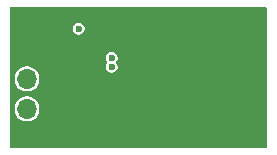
<source format=gbr>
%TF.GenerationSoftware,KiCad,Pcbnew,9.0.6+1*%
%TF.CreationDate,2026-01-19T09:17:55-08:00*%
%TF.ProjectId,yorp,796f7270-2e6b-4696-9361-645f70636258,rev?*%
%TF.SameCoordinates,Original*%
%TF.FileFunction,Copper,L3,Inr*%
%TF.FilePolarity,Positive*%
%FSLAX46Y46*%
G04 Gerber Fmt 4.6, Leading zero omitted, Abs format (unit mm)*
G04 Created by KiCad (PCBNEW 9.0.6+1) date 2026-01-19 09:17:55*
%MOMM*%
%LPD*%
G01*
G04 APERTURE LIST*
%TA.AperFunction,ComponentPad*%
%ADD10R,1.700000X1.700000*%
%TD*%
%TA.AperFunction,ComponentPad*%
%ADD11O,1.700000X1.700000*%
%TD*%
%TA.AperFunction,ViaPad*%
%ADD12C,0.600000*%
%TD*%
G04 APERTURE END LIST*
D10*
%TO.N,GND*%
%TO.C,J1*%
X75000000Y-82935000D03*
D11*
%TO.N,/3.6V*%
X75000000Y-85475000D03*
%TO.N,/5V*%
X75000000Y-88015000D03*
%TD*%
D12*
%TO.N,GND*%
X85350000Y-85250000D03*
X76300000Y-88900000D03*
X76200000Y-90300000D03*
X84925000Y-86525000D03*
X80250000Y-81246835D03*
X92050000Y-79750000D03*
X80500000Y-90900000D03*
X86975000Y-79750000D03*
X80425000Y-87650000D03*
X86075000Y-87675000D03*
X74400000Y-80600000D03*
X76900000Y-80600000D03*
X80425000Y-86500000D03*
X84250000Y-90900000D03*
X86500000Y-85250000D03*
X82600000Y-87650000D03*
X82600000Y-86500000D03*
X79500000Y-85825000D03*
X84925000Y-87675000D03*
X79250000Y-90900000D03*
X76350000Y-81300000D03*
X86275000Y-80600000D03*
X77250000Y-83175000D03*
X78000000Y-90900000D03*
X78300000Y-82350000D03*
X89525000Y-79750000D03*
X88250000Y-79750000D03*
X74900000Y-90300000D03*
X76500000Y-83975000D03*
X87250000Y-84750000D03*
X94700000Y-79750000D03*
X75050000Y-81300000D03*
X84250000Y-83000000D03*
X76750000Y-90900000D03*
X84250000Y-85250000D03*
X93425000Y-79750000D03*
X83000000Y-90900000D03*
X75650000Y-80600000D03*
X74250000Y-90900000D03*
X82200000Y-85825000D03*
X90800000Y-79750000D03*
X81750000Y-90900000D03*
X79400000Y-87650000D03*
X75500000Y-90900000D03*
%TO.N,/3.6V*%
X79375000Y-81225000D03*
%TO.N,/5V*%
X82175000Y-84450000D03*
X82175000Y-83700000D03*
%TD*%
%TA.AperFunction,Conductor*%
%TO.N,GND*%
G36*
X95267539Y-79385185D02*
G01*
X95313294Y-79437989D01*
X95324500Y-79489500D01*
X95324500Y-91180500D01*
X95304815Y-91247539D01*
X95252011Y-91293294D01*
X95200500Y-91304500D01*
X73699500Y-91304500D01*
X73632461Y-91284815D01*
X73586706Y-91232011D01*
X73575500Y-91180500D01*
X73575500Y-87911530D01*
X73949500Y-87911530D01*
X73949500Y-88118469D01*
X73989868Y-88321412D01*
X73989870Y-88321420D01*
X74069058Y-88512596D01*
X74184024Y-88684657D01*
X74330342Y-88830975D01*
X74330345Y-88830977D01*
X74502402Y-88945941D01*
X74693580Y-89025130D01*
X74896530Y-89065499D01*
X74896534Y-89065500D01*
X74896535Y-89065500D01*
X75103466Y-89065500D01*
X75103467Y-89065499D01*
X75306420Y-89025130D01*
X75497598Y-88945941D01*
X75669655Y-88830977D01*
X75815977Y-88684655D01*
X75930941Y-88512598D01*
X76010130Y-88321420D01*
X76050500Y-88118465D01*
X76050500Y-87911535D01*
X76010130Y-87708580D01*
X75930941Y-87517402D01*
X75815977Y-87345345D01*
X75815975Y-87345342D01*
X75669657Y-87199024D01*
X75583626Y-87141541D01*
X75497598Y-87084059D01*
X75306420Y-87004870D01*
X75306412Y-87004868D01*
X75103469Y-86964500D01*
X75103465Y-86964500D01*
X74896535Y-86964500D01*
X74896530Y-86964500D01*
X74693587Y-87004868D01*
X74693579Y-87004870D01*
X74502403Y-87084058D01*
X74330342Y-87199024D01*
X74184024Y-87345342D01*
X74069058Y-87517403D01*
X73989870Y-87708579D01*
X73989868Y-87708587D01*
X73949500Y-87911530D01*
X73575500Y-87911530D01*
X73575500Y-85371530D01*
X73949500Y-85371530D01*
X73949500Y-85578469D01*
X73989868Y-85781412D01*
X73989870Y-85781420D01*
X74069058Y-85972596D01*
X74184024Y-86144657D01*
X74330342Y-86290975D01*
X74330345Y-86290977D01*
X74502402Y-86405941D01*
X74693580Y-86485130D01*
X74896530Y-86525499D01*
X74896534Y-86525500D01*
X74896535Y-86525500D01*
X75103466Y-86525500D01*
X75103467Y-86525499D01*
X75306420Y-86485130D01*
X75497598Y-86405941D01*
X75669655Y-86290977D01*
X75815977Y-86144655D01*
X75930941Y-85972598D01*
X76010130Y-85781420D01*
X76050500Y-85578465D01*
X76050500Y-85371535D01*
X76010130Y-85168580D01*
X75930941Y-84977402D01*
X75815977Y-84805345D01*
X75815975Y-84805342D01*
X75669657Y-84659024D01*
X75583626Y-84601541D01*
X75497598Y-84544059D01*
X75429597Y-84515892D01*
X75306420Y-84464870D01*
X75306412Y-84464868D01*
X75103469Y-84424500D01*
X75103465Y-84424500D01*
X74896535Y-84424500D01*
X74896530Y-84424500D01*
X74693587Y-84464868D01*
X74693579Y-84464870D01*
X74502403Y-84544058D01*
X74330342Y-84659024D01*
X74184024Y-84805342D01*
X74069058Y-84977403D01*
X73989870Y-85168579D01*
X73989868Y-85168587D01*
X73949500Y-85371530D01*
X73575500Y-85371530D01*
X73575500Y-83634108D01*
X81674500Y-83634108D01*
X81674500Y-83765891D01*
X81708609Y-83893188D01*
X81708609Y-83893189D01*
X81777782Y-84013000D01*
X81794255Y-84080900D01*
X81777782Y-84137000D01*
X81708609Y-84256810D01*
X81708609Y-84256811D01*
X81674500Y-84384108D01*
X81674500Y-84515891D01*
X81708608Y-84643187D01*
X81717752Y-84659024D01*
X81774500Y-84757314D01*
X81867686Y-84850500D01*
X81981814Y-84916392D01*
X82109108Y-84950500D01*
X82109110Y-84950500D01*
X82240890Y-84950500D01*
X82240892Y-84950500D01*
X82368186Y-84916392D01*
X82482314Y-84850500D01*
X82575500Y-84757314D01*
X82641392Y-84643186D01*
X82675500Y-84515892D01*
X82675500Y-84384108D01*
X82641392Y-84256814D01*
X82575500Y-84142686D01*
X82575498Y-84142684D01*
X82572217Y-84137001D01*
X82555744Y-84069101D01*
X82572217Y-84012999D01*
X82575498Y-84007315D01*
X82575500Y-84007314D01*
X82641392Y-83893186D01*
X82675500Y-83765892D01*
X82675500Y-83634108D01*
X82641392Y-83506814D01*
X82575500Y-83392686D01*
X82482314Y-83299500D01*
X82425250Y-83266554D01*
X82368187Y-83233608D01*
X82304539Y-83216554D01*
X82240892Y-83199500D01*
X82109108Y-83199500D01*
X81981812Y-83233608D01*
X81867686Y-83299500D01*
X81867683Y-83299502D01*
X81774502Y-83392683D01*
X81774500Y-83392686D01*
X81708608Y-83506812D01*
X81674500Y-83634108D01*
X73575500Y-83634108D01*
X73575500Y-81159108D01*
X78874500Y-81159108D01*
X78874500Y-81290891D01*
X78908608Y-81418187D01*
X78941554Y-81475250D01*
X78974500Y-81532314D01*
X79067686Y-81625500D01*
X79181814Y-81691392D01*
X79309108Y-81725500D01*
X79309110Y-81725500D01*
X79440890Y-81725500D01*
X79440892Y-81725500D01*
X79568186Y-81691392D01*
X79682314Y-81625500D01*
X79775500Y-81532314D01*
X79841392Y-81418186D01*
X79875500Y-81290892D01*
X79875500Y-81159108D01*
X79841392Y-81031814D01*
X79775500Y-80917686D01*
X79682314Y-80824500D01*
X79625250Y-80791554D01*
X79568187Y-80758608D01*
X79504539Y-80741554D01*
X79440892Y-80724500D01*
X79309108Y-80724500D01*
X79181812Y-80758608D01*
X79067686Y-80824500D01*
X79067683Y-80824502D01*
X78974502Y-80917683D01*
X78974500Y-80917686D01*
X78908608Y-81031812D01*
X78874500Y-81159108D01*
X73575500Y-81159108D01*
X73575500Y-79489500D01*
X73595185Y-79422461D01*
X73647989Y-79376706D01*
X73699500Y-79365500D01*
X95200500Y-79365500D01*
X95267539Y-79385185D01*
G37*
%TD.AperFunction*%
%TD*%
M02*

</source>
